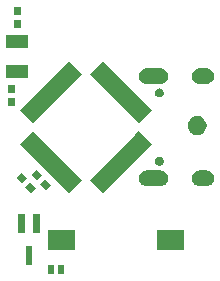
<source format=gbs>
G04 #@! TF.GenerationSoftware,KiCad,Pcbnew,5.0.1*
G04 #@! TF.CreationDate,2018-12-06T20:50:16-08:00*
G04 #@! TF.ProjectId,pmod-samd21,706D6F642D73616D6432312E6B696361,rev?*
G04 #@! TF.SameCoordinates,PX8822960PY9c3a754*
G04 #@! TF.FileFunction,Soldermask,Bot*
G04 #@! TF.FilePolarity,Negative*
%FSLAX46Y46*%
G04 Gerber Fmt 4.6, Leading zero omitted, Abs format (unit mm)*
G04 Created by KiCad (PCBNEW 5.0.1) date Thu 06 Dec 2018 08:50:16 PM PST*
%MOMM*%
%LPD*%
G01*
G04 APERTURE LIST*
%ADD10C,0.100000*%
G04 APERTURE END LIST*
D10*
G36*
X5273000Y2176300D02*
X4771000Y2176300D01*
X4771000Y2878300D01*
X5273000Y2878300D01*
X5273000Y2176300D01*
X5273000Y2176300D01*
G37*
G36*
X4373000Y2176300D02*
X3871000Y2176300D01*
X3871000Y2878300D01*
X4373000Y2878300D01*
X4373000Y2176300D01*
X4373000Y2176300D01*
G37*
G36*
X2562000Y2936300D02*
X2010000Y2936300D01*
X2010000Y4538300D01*
X2562000Y4538300D01*
X2562000Y2936300D01*
X2562000Y2936300D01*
G37*
G36*
X6203000Y4216300D02*
X3921000Y4216300D01*
X3921000Y5918300D01*
X6203000Y5918300D01*
X6203000Y4216300D01*
X6203000Y4216300D01*
G37*
G36*
X15383000Y4216300D02*
X13101000Y4216300D01*
X13101000Y5918300D01*
X15383000Y5918300D01*
X15383000Y4216300D01*
X15383000Y4216300D01*
G37*
G36*
X3212000Y5596300D02*
X2660000Y5596300D01*
X2660000Y7198300D01*
X3212000Y7198300D01*
X3212000Y5596300D01*
X3212000Y5596300D01*
G37*
G36*
X1912000Y5596300D02*
X1360000Y5596300D01*
X1360000Y7198300D01*
X1912000Y7198300D01*
X1912000Y5596300D01*
X1912000Y5596300D01*
G37*
G36*
X6777539Y10084494D02*
X5680109Y8987064D01*
X1506764Y13160409D01*
X2604194Y14257839D01*
X6777539Y10084494D01*
X6777539Y10084494D01*
G37*
G36*
X12696023Y13181622D02*
X12430858Y12916457D01*
X12415312Y12897515D01*
X12403761Y12875904D01*
X12396648Y12852455D01*
X12395268Y12838441D01*
X8543891Y8987064D01*
X7446461Y10084494D01*
X11247160Y13885193D01*
X11262706Y13904135D01*
X11274257Y13925746D01*
X11281370Y13949195D01*
X11282750Y13963209D01*
X11598593Y14279052D01*
X12696023Y13181622D01*
X12696023Y13181622D01*
G37*
G36*
X2881943Y9469036D02*
X2456264Y9043357D01*
X1959875Y9539746D01*
X2385554Y9965425D01*
X2881943Y9469036D01*
X2881943Y9469036D01*
G37*
G36*
X4151943Y9723036D02*
X3726264Y9297357D01*
X3229875Y9793746D01*
X3655554Y10219425D01*
X4151943Y9723036D01*
X4151943Y9723036D01*
G37*
G36*
X17365855Y10920160D02*
X17429618Y10913880D01*
X17511427Y10889063D01*
X17552333Y10876655D01*
X17652491Y10823119D01*
X17665426Y10816205D01*
X17764553Y10734853D01*
X17845905Y10635726D01*
X17845906Y10635724D01*
X17906355Y10522633D01*
X17906355Y10522632D01*
X17943580Y10399918D01*
X17956149Y10272300D01*
X17943580Y10144682D01*
X17925322Y10084494D01*
X17906355Y10021967D01*
X17883083Y9978429D01*
X17845905Y9908874D01*
X17764553Y9809747D01*
X17665426Y9728395D01*
X17665424Y9728394D01*
X17552333Y9667945D01*
X17511427Y9655537D01*
X17429618Y9630720D01*
X17370271Y9624875D01*
X17333974Y9621300D01*
X16670026Y9621300D01*
X16633729Y9624875D01*
X16574382Y9630720D01*
X16492573Y9655537D01*
X16451667Y9667945D01*
X16338576Y9728394D01*
X16338574Y9728395D01*
X16239447Y9809747D01*
X16158095Y9908874D01*
X16120917Y9978429D01*
X16097645Y10021967D01*
X16078678Y10084494D01*
X16060420Y10144682D01*
X16047851Y10272300D01*
X16060420Y10399918D01*
X16097645Y10522632D01*
X16097645Y10522633D01*
X16158094Y10635724D01*
X16158095Y10635726D01*
X16239447Y10734853D01*
X16338574Y10816205D01*
X16351509Y10823119D01*
X16451667Y10876655D01*
X16492573Y10889063D01*
X16574382Y10913880D01*
X16638145Y10920160D01*
X16670026Y10923300D01*
X17333974Y10923300D01*
X17365855Y10920160D01*
X17365855Y10920160D01*
G37*
G36*
X13485855Y10920160D02*
X13549618Y10913880D01*
X13631427Y10889063D01*
X13672333Y10876655D01*
X13772491Y10823119D01*
X13785426Y10816205D01*
X13884553Y10734853D01*
X13965905Y10635726D01*
X13965906Y10635724D01*
X14026355Y10522633D01*
X14026355Y10522632D01*
X14063580Y10399918D01*
X14076149Y10272300D01*
X14063580Y10144682D01*
X14045322Y10084494D01*
X14026355Y10021967D01*
X14003083Y9978429D01*
X13965905Y9908874D01*
X13884553Y9809747D01*
X13785426Y9728395D01*
X13785424Y9728394D01*
X13672333Y9667945D01*
X13631427Y9655537D01*
X13549618Y9630720D01*
X13490271Y9624875D01*
X13453974Y9621300D01*
X12190026Y9621300D01*
X12153729Y9624875D01*
X12094382Y9630720D01*
X12012573Y9655537D01*
X11971667Y9667945D01*
X11858576Y9728394D01*
X11858574Y9728395D01*
X11759447Y9809747D01*
X11678095Y9908874D01*
X11640917Y9978429D01*
X11617645Y10021967D01*
X11598678Y10084494D01*
X11580420Y10144682D01*
X11567851Y10272300D01*
X11580420Y10399918D01*
X11617645Y10522632D01*
X11617645Y10522633D01*
X11678094Y10635724D01*
X11678095Y10635726D01*
X11759447Y10734853D01*
X11858574Y10816205D01*
X11871509Y10823119D01*
X11971667Y10876655D01*
X12012573Y10889063D01*
X12094382Y10913880D01*
X12158145Y10920160D01*
X12190026Y10923300D01*
X13453974Y10923300D01*
X13485855Y10920160D01*
X13485855Y10920160D01*
G37*
G36*
X2104125Y10246854D02*
X1678446Y9821175D01*
X1182057Y10317564D01*
X1607736Y10743243D01*
X2104125Y10246854D01*
X2104125Y10246854D01*
G37*
G36*
X3374125Y10500854D02*
X2948446Y10075175D01*
X2452057Y10571564D01*
X2877736Y10997243D01*
X3374125Y10500854D01*
X3374125Y10500854D01*
G37*
G36*
X13431672Y12063851D02*
X13431674Y12063850D01*
X13431675Y12063850D01*
X13500103Y12035507D01*
X13561409Y11994543D01*
X13561689Y11994356D01*
X13614056Y11941989D01*
X13614058Y11941986D01*
X13655207Y11880403D01*
X13683550Y11811975D01*
X13698000Y11739333D01*
X13698000Y11665267D01*
X13683550Y11592625D01*
X13655207Y11524197D01*
X13614243Y11462891D01*
X13614056Y11462611D01*
X13561689Y11410244D01*
X13561686Y11410242D01*
X13500103Y11369093D01*
X13431675Y11340750D01*
X13431674Y11340750D01*
X13431672Y11340749D01*
X13359034Y11326300D01*
X13284966Y11326300D01*
X13212328Y11340749D01*
X13212326Y11340750D01*
X13212325Y11340750D01*
X13143897Y11369093D01*
X13082314Y11410242D01*
X13082311Y11410244D01*
X13029944Y11462611D01*
X13029757Y11462891D01*
X12988793Y11524197D01*
X12960450Y11592625D01*
X12946000Y11665267D01*
X12946000Y11739333D01*
X12960450Y11811975D01*
X12988793Y11880403D01*
X13029942Y11941986D01*
X13029944Y11941989D01*
X13082311Y11994356D01*
X13082591Y11994543D01*
X13143897Y12035507D01*
X13212325Y12063850D01*
X13212326Y12063850D01*
X13212328Y12063851D01*
X13284966Y12078300D01*
X13359034Y12078300D01*
X13431672Y12063851D01*
X13431672Y12063851D01*
G37*
G36*
X16743643Y15489519D02*
X16889415Y15429138D01*
X17020611Y15341476D01*
X17132176Y15229911D01*
X17219838Y15098715D01*
X17280219Y14952943D01*
X17311000Y14798193D01*
X17311000Y14640407D01*
X17280219Y14485657D01*
X17219838Y14339885D01*
X17132176Y14208689D01*
X17020611Y14097124D01*
X16889415Y14009462D01*
X16743643Y13949081D01*
X16588893Y13918300D01*
X16431107Y13918300D01*
X16276357Y13949081D01*
X16130585Y14009462D01*
X15999389Y14097124D01*
X15887824Y14208689D01*
X15800162Y14339885D01*
X15739781Y14485657D01*
X15709000Y14640407D01*
X15709000Y14798193D01*
X15739781Y14952943D01*
X15800162Y15098715D01*
X15887824Y15229911D01*
X15999389Y15341476D01*
X16130585Y15429138D01*
X16276357Y15489519D01*
X16431107Y15520300D01*
X16588893Y15520300D01*
X16743643Y15489519D01*
X16743643Y15489519D01*
G37*
G36*
X6777539Y19100106D02*
X2604194Y14926761D01*
X1506764Y16024191D01*
X5680109Y20197536D01*
X6777539Y19100106D01*
X6777539Y19100106D01*
G37*
G36*
X12717236Y16024191D02*
X11619806Y14926761D01*
X7446461Y19100106D01*
X8543891Y20197536D01*
X12717236Y16024191D01*
X12717236Y16024191D01*
G37*
G36*
X1063000Y16358300D02*
X461000Y16358300D01*
X461000Y17060300D01*
X1063000Y17060300D01*
X1063000Y16358300D01*
X1063000Y16358300D01*
G37*
G36*
X13431672Y17843851D02*
X13431674Y17843850D01*
X13431675Y17843850D01*
X13500103Y17815507D01*
X13561409Y17774543D01*
X13561689Y17774356D01*
X13614056Y17721989D01*
X13614058Y17721986D01*
X13655207Y17660403D01*
X13683550Y17591975D01*
X13698000Y17519333D01*
X13698000Y17445267D01*
X13683550Y17372625D01*
X13655207Y17304197D01*
X13614243Y17242891D01*
X13614056Y17242611D01*
X13561689Y17190244D01*
X13561686Y17190242D01*
X13500103Y17149093D01*
X13431675Y17120750D01*
X13431674Y17120750D01*
X13431672Y17120749D01*
X13359034Y17106300D01*
X13284966Y17106300D01*
X13212328Y17120749D01*
X13212326Y17120750D01*
X13212325Y17120750D01*
X13143897Y17149093D01*
X13082314Y17190242D01*
X13082311Y17190244D01*
X13029944Y17242611D01*
X13029757Y17242891D01*
X12988793Y17304197D01*
X12960450Y17372625D01*
X12946000Y17445267D01*
X12946000Y17519333D01*
X12960450Y17591975D01*
X12988793Y17660403D01*
X13029942Y17721986D01*
X13029944Y17721989D01*
X13082311Y17774356D01*
X13082591Y17774543D01*
X13143897Y17815507D01*
X13212325Y17843850D01*
X13212326Y17843850D01*
X13212328Y17843851D01*
X13284966Y17858300D01*
X13359034Y17858300D01*
X13431672Y17843851D01*
X13431672Y17843851D01*
G37*
G36*
X1063000Y17458300D02*
X461000Y17458300D01*
X461000Y18160300D01*
X1063000Y18160300D01*
X1063000Y17458300D01*
X1063000Y17458300D01*
G37*
G36*
X17365855Y19560160D02*
X17429618Y19553880D01*
X17511427Y19529063D01*
X17552333Y19516655D01*
X17652491Y19463119D01*
X17665426Y19456205D01*
X17764553Y19374853D01*
X17845905Y19275726D01*
X17845906Y19275724D01*
X17906355Y19162633D01*
X17906355Y19162632D01*
X17943580Y19039918D01*
X17956149Y18912300D01*
X17943580Y18784682D01*
X17918763Y18702873D01*
X17906355Y18661967D01*
X17852819Y18561809D01*
X17845905Y18548874D01*
X17764553Y18449747D01*
X17665426Y18368395D01*
X17665424Y18368394D01*
X17552333Y18307945D01*
X17511427Y18295537D01*
X17429618Y18270720D01*
X17365855Y18264440D01*
X17333974Y18261300D01*
X16670026Y18261300D01*
X16638145Y18264440D01*
X16574382Y18270720D01*
X16492573Y18295537D01*
X16451667Y18307945D01*
X16338576Y18368394D01*
X16338574Y18368395D01*
X16239447Y18449747D01*
X16158095Y18548874D01*
X16151181Y18561809D01*
X16097645Y18661967D01*
X16085237Y18702873D01*
X16060420Y18784682D01*
X16047851Y18912300D01*
X16060420Y19039918D01*
X16097645Y19162632D01*
X16097645Y19162633D01*
X16158094Y19275724D01*
X16158095Y19275726D01*
X16239447Y19374853D01*
X16338574Y19456205D01*
X16351509Y19463119D01*
X16451667Y19516655D01*
X16492573Y19529063D01*
X16574382Y19553880D01*
X16638145Y19560160D01*
X16670026Y19563300D01*
X17333974Y19563300D01*
X17365855Y19560160D01*
X17365855Y19560160D01*
G37*
G36*
X13485855Y19560160D02*
X13549618Y19553880D01*
X13631427Y19529063D01*
X13672333Y19516655D01*
X13772491Y19463119D01*
X13785426Y19456205D01*
X13884553Y19374853D01*
X13965905Y19275726D01*
X13965906Y19275724D01*
X14026355Y19162633D01*
X14026355Y19162632D01*
X14063580Y19039918D01*
X14076149Y18912300D01*
X14063580Y18784682D01*
X14038763Y18702873D01*
X14026355Y18661967D01*
X13972819Y18561809D01*
X13965905Y18548874D01*
X13884553Y18449747D01*
X13785426Y18368395D01*
X13785424Y18368394D01*
X13672333Y18307945D01*
X13631427Y18295537D01*
X13549618Y18270720D01*
X13485855Y18264440D01*
X13453974Y18261300D01*
X12190026Y18261300D01*
X12158145Y18264440D01*
X12094382Y18270720D01*
X12012573Y18295537D01*
X11971667Y18307945D01*
X11858576Y18368394D01*
X11858574Y18368395D01*
X11759447Y18449747D01*
X11678095Y18548874D01*
X11671181Y18561809D01*
X11617645Y18661967D01*
X11605237Y18702873D01*
X11580420Y18784682D01*
X11567851Y18912300D01*
X11580420Y19039918D01*
X11617645Y19162632D01*
X11617645Y19162633D01*
X11678094Y19275724D01*
X11678095Y19275726D01*
X11759447Y19374853D01*
X11858574Y19456205D01*
X11871509Y19463119D01*
X11971667Y19516655D01*
X12012573Y19529063D01*
X12094382Y19553880D01*
X12158145Y19560160D01*
X12190026Y19563300D01*
X13453974Y19563300D01*
X13485855Y19560160D01*
X13485855Y19560160D01*
G37*
G36*
X2221000Y18760300D02*
X319000Y18760300D01*
X319000Y19862300D01*
X2221000Y19862300D01*
X2221000Y18760300D01*
X2221000Y18760300D01*
G37*
G36*
X2221000Y21260300D02*
X319000Y21260300D01*
X319000Y22362300D01*
X2221000Y22362300D01*
X2221000Y21260300D01*
X2221000Y21260300D01*
G37*
G36*
X1571000Y22962300D02*
X969000Y22962300D01*
X969000Y23664300D01*
X1571000Y23664300D01*
X1571000Y22962300D01*
X1571000Y22962300D01*
G37*
G36*
X1571000Y24062300D02*
X969000Y24062300D01*
X969000Y24764300D01*
X1571000Y24764300D01*
X1571000Y24062300D01*
X1571000Y24062300D01*
G37*
M02*

</source>
